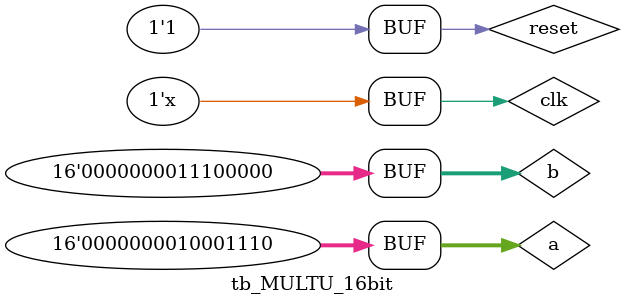
<source format=v>
`timescale 1ns / 1ps

module tb_MULTU_16bit ();
    parameter XH = 2022217597;
    // Inputs
    reg         clk = 0;
    reg         reset = 0;
    reg  [15:0] a;
    reg  [15:0] b;
    // Outputs
    wire [31:0] z;
    wire [ 7:0] an;
    wire        clk1;
    // 初始化
    initial begin
        reset = 1;
        a <= 16'b0000000000000000;
        b <= 16'b0000000000000000;
        #XH;
        a <= 16'b0000000000000001;
        b <= 16'b1111111100000000;
        #XH;
        a <= 16'b0000000010110011;
        b <= 16'b0000000000000001;
        #XH;
        a <= 16'b0000000000000001;
        b <= 16'b0000000010101010;
        #XH;
        a <= 16'b0000000011111111;
        b <= 16'b0000000011111111;
        #XH;
        a <= 16'b0000000010101010;
        b <= 16'b0000000010000000;
        #XH;
        a <= 16'b0000000010110100;
        b <= 16'b0000000011010000;
        #XH;
        a <= 16'b0000000010001110;
        b <= 16'b0000000011100000;
        #XH;
    end
    // 时钟信号
    always begin
        #(XH / 2) clk = ~clk;
    end
    // 实例化 MULTU_16bit 模块
    MULTU_16bit u_MULTU_16bit (
        .clk  (clk),
        .reset(reset),
        .a    (a),
        .b    (b),
        .z    (z)
    );
endmodule

</source>
